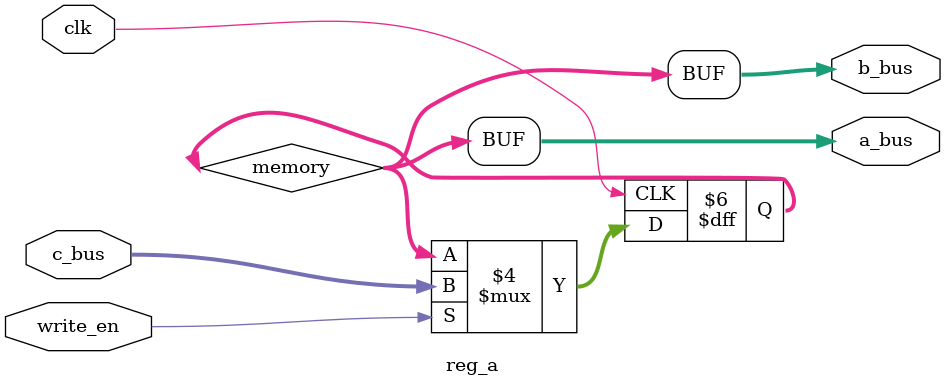
<source format=v>
module reg_a(a_bus,b_bus,c_bus,write_en,clk);
	input clk;
	input write_en;
	input [15:0] c_bus;
	output[15:0] a_bus,b_bus;
	reg [15:0] memory=1;
	
	always @(posedge clk)
		begin
			if(write_en)
				memory=c_bus;
				$display("reg_a memory= %1d",memory);
		end
		
	assign a_bus=memory;
	assign b_bus=memory;
endmodule

</source>
